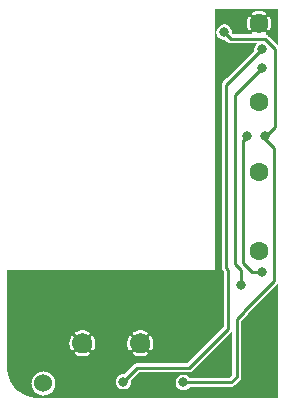
<source format=gbr>
G04 start of page 3 for group 5 idx 5 *
G04 Title: (unknown), bottom *
G04 Creator: pcb 4.2.0 *
G04 CreationDate: Fri Feb 14 02:43:24 2020 UTC *
G04 For: blinken *
G04 Format: Gerber/RS-274X *
G04 PCB-Dimensions (mm): 65.00 56.00 *
G04 PCB-Coordinate-Origin: lower left *
%MOMM*%
%FSLAX43Y43*%
%LNBOTTOM*%
%ADD30C,1.300*%
%ADD29C,1.500*%
%ADD28C,0.965*%
%ADD27C,0.400*%
%ADD26C,1.524*%
%ADD25C,0.800*%
%ADD24C,1.600*%
%ADD23C,1.700*%
%ADD22C,0.254*%
%ADD21C,0.002*%
G54D21*G36*
X12911Y24769D02*X16135D01*
X16150Y24768D01*
X16210Y24773D01*
X16210Y24773D01*
X16268Y24787D01*
X16324Y24809D01*
X16375Y24841D01*
X16420Y24880D01*
X16430Y24891D01*
X19709Y28170D01*
X19720Y28180D01*
X19759Y28225D01*
X19759Y28225D01*
X19769Y28241D01*
Y24508D01*
X19542Y24281D01*
X16184D01*
X16181Y24286D01*
X16114Y24364D01*
X16036Y24431D01*
X15948Y24485D01*
X15853Y24524D01*
X15753Y24548D01*
X15650Y24556D01*
X15547Y24548D01*
X15447Y24524D01*
X15352Y24485D01*
X15264Y24431D01*
X15186Y24364D01*
X15119Y24286D01*
X15065Y24198D01*
X15026Y24103D01*
X15002Y24003D01*
X14994Y23900D01*
X15002Y23797D01*
X15026Y23697D01*
X15065Y23602D01*
X15119Y23514D01*
X15186Y23436D01*
X15264Y23369D01*
X15352Y23315D01*
X15447Y23276D01*
X15547Y23252D01*
X15650Y23244D01*
X15753Y23252D01*
X15853Y23276D01*
X15948Y23315D01*
X16036Y23369D01*
X16114Y23436D01*
X16181Y23514D01*
X16184Y23519D01*
X19685D01*
X19700Y23518D01*
X19760Y23523D01*
X19760Y23523D01*
X19818Y23537D01*
X19874Y23559D01*
X19925Y23591D01*
X19970Y23630D01*
X19980Y23641D01*
X20409Y24070D01*
X20420Y24080D01*
X20459Y24125D01*
X20459Y24125D01*
X20491Y24176D01*
X20513Y24232D01*
X20527Y24290D01*
X20532Y24350D01*
X20531Y24365D01*
Y29092D01*
X21019Y29581D01*
X21059Y29625D01*
X21091Y29676D01*
X21108Y29720D01*
X23609Y32220D01*
X23620Y32230D01*
X23659Y32275D01*
X23659Y32275D01*
X23691Y32326D01*
X23700Y32349D01*
Y22550D01*
X12911D01*
Y24769D01*
G37*
G36*
X22917Y55500D02*X23700D01*
Y52385D01*
X23670Y52420D01*
X23659Y52430D01*
X22917Y53172D01*
Y53734D01*
X22929Y53740D01*
X22945Y53753D01*
X22958Y53767D01*
X22969Y53784D01*
X23014Y53871D01*
X23050Y53963D01*
X23077Y54057D01*
X23095Y54153D01*
X23104Y54251D01*
Y54349D01*
X23095Y54447D01*
X23077Y54543D01*
X23050Y54637D01*
X23014Y54729D01*
X22970Y54816D01*
X22959Y54833D01*
X22945Y54848D01*
X22930Y54860D01*
X22917Y54867D01*
Y55500D01*
G37*
G36*
X22050D02*X22917D01*
Y54867D01*
X22912Y54870D01*
X22893Y54877D01*
X22873Y54881D01*
X22853Y54882D01*
X22833Y54879D01*
X22814Y54874D01*
X22796Y54866D01*
X22779Y54854D01*
X22764Y54841D01*
X22752Y54825D01*
X22742Y54807D01*
X22735Y54788D01*
X22731Y54769D01*
X22730Y54749D01*
X22733Y54729D01*
X22738Y54709D01*
X22747Y54691D01*
X22781Y54625D01*
X22808Y54556D01*
X22828Y54484D01*
X22842Y54411D01*
X22849Y54337D01*
Y54263D01*
X22842Y54189D01*
X22828Y54116D01*
X22808Y54044D01*
X22781Y53975D01*
X22748Y53908D01*
X22739Y53891D01*
X22733Y53871D01*
X22731Y53851D01*
X22732Y53831D01*
X22736Y53812D01*
X22743Y53793D01*
X22752Y53776D01*
X22765Y53760D01*
X22779Y53746D01*
X22796Y53735D01*
X22814Y53727D01*
X22833Y53721D01*
X22853Y53719D01*
X22873Y53720D01*
X22893Y53724D01*
X22912Y53731D01*
X22917Y53734D01*
Y53172D01*
X22830Y53259D01*
X22820Y53270D01*
X22775Y53309D01*
X22724Y53341D01*
X22668Y53363D01*
X22610Y53377D01*
X22568Y53381D01*
X22583Y53391D01*
X22598Y53405D01*
X22610Y53420D01*
X22620Y53438D01*
X22627Y53457D01*
X22631Y53477D01*
X22632Y53497D01*
X22629Y53517D01*
X22624Y53536D01*
X22616Y53554D01*
X22604Y53571D01*
X22591Y53586D01*
X22575Y53598D01*
X22557Y53608D01*
X22538Y53615D01*
X22519Y53619D01*
X22499Y53620D01*
X22479Y53617D01*
X22459Y53612D01*
X22441Y53603D01*
X22375Y53569D01*
X22306Y53542D01*
X22234Y53522D01*
X22161Y53508D01*
X22087Y53501D01*
X22050D01*
Y55099D01*
X22087D01*
X22161Y55092D01*
X22234Y55078D01*
X22306Y55058D01*
X22375Y55031D01*
X22442Y54998D01*
X22459Y54989D01*
X22479Y54983D01*
X22499Y54981D01*
X22519Y54982D01*
X22538Y54986D01*
X22557Y54993D01*
X22574Y55002D01*
X22590Y55015D01*
X22604Y55029D01*
X22615Y55046D01*
X22623Y55064D01*
X22629Y55083D01*
X22631Y55103D01*
X22630Y55123D01*
X22626Y55143D01*
X22619Y55162D01*
X22610Y55179D01*
X22597Y55195D01*
X22583Y55208D01*
X22566Y55219D01*
X22479Y55264D01*
X22387Y55300D01*
X22293Y55327D01*
X22197Y55345D01*
X22099Y55354D01*
X22050D01*
Y55500D01*
G37*
G36*
X21183Y52619D02*X21901D01*
X21836Y52564D01*
X21769Y52486D01*
X21715Y52398D01*
X21676Y52303D01*
X21652Y52203D01*
X21644Y52100D01*
X21652Y51997D01*
X21653Y51992D01*
X21183Y51522D01*
Y52619D01*
G37*
G36*
Y55500D02*X22050D01*
Y55354D01*
X22001D01*
X21903Y55345D01*
X21807Y55327D01*
X21713Y55300D01*
X21621Y55264D01*
X21534Y55220D01*
X21517Y55209D01*
X21502Y55195D01*
X21490Y55180D01*
X21480Y55162D01*
X21473Y55143D01*
X21469Y55123D01*
X21468Y55103D01*
X21471Y55083D01*
X21476Y55064D01*
X21484Y55046D01*
X21496Y55029D01*
X21509Y55014D01*
X21525Y55002D01*
X21543Y54992D01*
X21562Y54985D01*
X21581Y54981D01*
X21601Y54980D01*
X21621Y54983D01*
X21641Y54988D01*
X21659Y54997D01*
X21725Y55031D01*
X21794Y55058D01*
X21866Y55078D01*
X21939Y55092D01*
X22013Y55099D01*
X22050D01*
Y53501D01*
X22013D01*
X21939Y53508D01*
X21866Y53522D01*
X21794Y53542D01*
X21725Y53569D01*
X21658Y53602D01*
X21641Y53611D01*
X21621Y53617D01*
X21601Y53619D01*
X21581Y53618D01*
X21562Y53614D01*
X21543Y53607D01*
X21526Y53598D01*
X21510Y53585D01*
X21496Y53571D01*
X21485Y53554D01*
X21477Y53536D01*
X21471Y53517D01*
X21469Y53497D01*
X21470Y53477D01*
X21474Y53457D01*
X21481Y53438D01*
X21490Y53421D01*
X21503Y53405D01*
X21517Y53392D01*
X21534Y53381D01*
X21183D01*
Y53733D01*
X21188Y53730D01*
X21207Y53723D01*
X21227Y53719D01*
X21247Y53718D01*
X21267Y53721D01*
X21286Y53726D01*
X21304Y53734D01*
X21321Y53746D01*
X21336Y53759D01*
X21348Y53775D01*
X21358Y53793D01*
X21365Y53812D01*
X21369Y53831D01*
X21370Y53851D01*
X21367Y53871D01*
X21362Y53891D01*
X21353Y53909D01*
X21319Y53975D01*
X21292Y54044D01*
X21272Y54116D01*
X21258Y54189D01*
X21251Y54263D01*
Y54337D01*
X21258Y54411D01*
X21272Y54484D01*
X21292Y54556D01*
X21319Y54625D01*
X21352Y54692D01*
X21361Y54709D01*
X21367Y54729D01*
X21369Y54749D01*
X21368Y54769D01*
X21364Y54788D01*
X21357Y54807D01*
X21348Y54824D01*
X21335Y54840D01*
X21321Y54854D01*
X21304Y54865D01*
X21286Y54873D01*
X21267Y54879D01*
X21247Y54881D01*
X21227Y54880D01*
X21207Y54876D01*
X21188Y54869D01*
X21183Y54866D01*
Y55500D01*
G37*
G36*
X19304Y49643D02*X19041Y49380D01*
X19030Y49370D01*
X18991Y49325D01*
X18959Y49274D01*
X18937Y49218D01*
X18923Y49160D01*
X18923Y49160D01*
X18918Y49100D01*
X18919Y49085D01*
Y33615D01*
X18918Y33600D01*
X18923Y33540D01*
X18937Y33482D01*
X18959Y33426D01*
X18991Y33375D01*
X19030Y33330D01*
X19041Y33320D01*
X19069Y33292D01*
Y28608D01*
X15992Y25531D01*
X12911D01*
Y26601D01*
X12914Y26603D01*
X12930Y26615D01*
X12944Y26630D01*
X12955Y26646D01*
X13001Y26731D01*
X13038Y26821D01*
X13067Y26913D01*
X13088Y27007D01*
X13101Y27103D01*
X13105Y27200D01*
X13101Y27297D01*
X13088Y27393D01*
X13067Y27487D01*
X13038Y27579D01*
X13001Y27669D01*
X12956Y27754D01*
X12945Y27771D01*
X12931Y27785D01*
X12915Y27798D01*
X12911Y27800D01*
Y33450D01*
X18300D01*
Y55500D01*
X21183D01*
Y54866D01*
X21171Y54860D01*
X21155Y54847D01*
X21142Y54833D01*
X21131Y54816D01*
X21086Y54729D01*
X21050Y54637D01*
X21023Y54543D01*
X21005Y54447D01*
X20996Y54349D01*
Y54251D01*
X21005Y54153D01*
X21023Y54057D01*
X21050Y53963D01*
X21086Y53871D01*
X21130Y53784D01*
X21141Y53767D01*
X21155Y53752D01*
X21170Y53740D01*
X21183Y53733D01*
Y53381D01*
X19808D01*
X19747Y53442D01*
X19748Y53447D01*
X19754Y53550D01*
X19748Y53653D01*
X19724Y53753D01*
X19685Y53848D01*
X19631Y53936D01*
X19564Y54014D01*
X19486Y54081D01*
X19398Y54135D01*
X19303Y54174D01*
X19203Y54198D01*
X19100Y54206D01*
X18997Y54198D01*
X18897Y54174D01*
X18802Y54135D01*
X18714Y54081D01*
X18636Y54014D01*
X18569Y53936D01*
X18515Y53848D01*
X18476Y53753D01*
X18452Y53653D01*
X18444Y53550D01*
X18452Y53447D01*
X18476Y53347D01*
X18515Y53252D01*
X18569Y53164D01*
X18636Y53086D01*
X18714Y53019D01*
X18802Y52965D01*
X18897Y52926D01*
X18997Y52902D01*
X19100Y52894D01*
X19203Y52902D01*
X19208Y52903D01*
X19370Y52741D01*
X19380Y52730D01*
X19425Y52691D01*
X19476Y52659D01*
X19532Y52637D01*
X19590Y52623D01*
X19650Y52618D01*
X19665Y52619D01*
X21183D01*
Y51522D01*
X19304Y49643D01*
G37*
G36*
X11089Y23545D02*X11106Y23564D01*
X11160Y23652D01*
X11199Y23747D01*
X11223Y23847D01*
X11229Y23950D01*
X11223Y24053D01*
X11217Y24078D01*
X11908Y24769D01*
X12911D01*
Y22550D01*
X11089D01*
Y23545D01*
G37*
G36*
X12911Y25531D02*X12000D01*
Y26095D01*
X12000Y26095D01*
X12097Y26099D01*
X12193Y26112D01*
X12287Y26133D01*
X12379Y26162D01*
X12469Y26199D01*
X12554Y26244D01*
X12571Y26255D01*
X12585Y26269D01*
X12598Y26285D01*
X12607Y26303D01*
X12614Y26322D01*
X12618Y26342D01*
X12618Y26362D01*
X12615Y26382D01*
X12610Y26401D01*
X12601Y26419D01*
X12590Y26436D01*
X12576Y26450D01*
X12560Y26462D01*
X12542Y26472D01*
X12523Y26479D01*
X12503Y26482D01*
X12483Y26483D01*
X12463Y26480D01*
X12444Y26474D01*
X12426Y26465D01*
X12360Y26430D01*
X12292Y26402D01*
X12221Y26379D01*
X12148Y26363D01*
X12074Y26353D01*
X12000Y26350D01*
X12000Y26350D01*
Y28050D01*
X12000Y28050D01*
X12074Y28047D01*
X12148Y28037D01*
X12221Y28021D01*
X12292Y27998D01*
X12360Y27970D01*
X12426Y27935D01*
X12444Y27926D01*
X12463Y27921D01*
X12483Y27918D01*
X12503Y27918D01*
X12523Y27922D01*
X12542Y27929D01*
X12559Y27938D01*
X12575Y27950D01*
X12589Y27965D01*
X12600Y27981D01*
X12609Y27999D01*
X12615Y28019D01*
X12617Y28038D01*
X12617Y28058D01*
X12613Y28078D01*
X12607Y28097D01*
X12597Y28114D01*
X12585Y28130D01*
X12570Y28144D01*
X12554Y28155D01*
X12469Y28201D01*
X12379Y28238D01*
X12287Y28267D01*
X12193Y28288D01*
X12097Y28301D01*
X12000Y28305D01*
X12000Y28305D01*
Y33450D01*
X12911D01*
Y27800D01*
X12897Y27807D01*
X12878Y27814D01*
X12858Y27818D01*
X12838Y27818D01*
X12818Y27815D01*
X12799Y27810D01*
X12781Y27801D01*
X12764Y27790D01*
X12750Y27776D01*
X12738Y27760D01*
X12728Y27742D01*
X12721Y27723D01*
X12718Y27703D01*
X12717Y27683D01*
X12720Y27663D01*
X12726Y27644D01*
X12735Y27626D01*
X12770Y27560D01*
X12798Y27492D01*
X12821Y27421D01*
X12837Y27348D01*
X12847Y27274D01*
X12850Y27200D01*
X12847Y27126D01*
X12837Y27052D01*
X12821Y26979D01*
X12798Y26908D01*
X12770Y26840D01*
X12768Y26836D01*
X12735Y26774D01*
X12726Y26756D01*
X12721Y26737D01*
X12718Y26717D01*
X12718Y26697D01*
X12722Y26677D01*
X12729Y26658D01*
X12738Y26641D01*
X12750Y26625D01*
X12765Y26611D01*
X12768Y26609D01*
X12781Y26600D01*
X12799Y26591D01*
X12819Y26585D01*
X12838Y26583D01*
X12858Y26583D01*
X12878Y26587D01*
X12897Y26593D01*
X12911Y26601D01*
Y25531D01*
G37*
G36*
X12000D02*X11765D01*
X11750Y25532D01*
X11690Y25527D01*
X11632Y25513D01*
X11576Y25491D01*
X11525Y25459D01*
X11525Y25459D01*
X11480Y25420D01*
X11470Y25409D01*
X11089Y25028D01*
Y26600D01*
X11103Y26593D01*
X11122Y26586D01*
X11142Y26582D01*
X11162Y26582D01*
X11182Y26585D01*
X11201Y26590D01*
X11219Y26599D01*
X11236Y26610D01*
X11250Y26624D01*
X11262Y26640D01*
X11272Y26658D01*
X11279Y26677D01*
X11282Y26697D01*
X11283Y26717D01*
X11280Y26737D01*
X11274Y26756D01*
X11265Y26774D01*
X11230Y26840D01*
X11202Y26908D01*
X11179Y26979D01*
X11163Y27052D01*
X11153Y27126D01*
X11150Y27200D01*
X11153Y27274D01*
X11163Y27348D01*
X11179Y27421D01*
X11202Y27492D01*
X11230Y27560D01*
X11265Y27626D01*
X11274Y27644D01*
X11279Y27663D01*
X11282Y27683D01*
X11282Y27703D01*
X11278Y27723D01*
X11271Y27742D01*
X11262Y27759D01*
X11250Y27775D01*
X11235Y27789D01*
X11219Y27800D01*
X11201Y27809D01*
X11181Y27815D01*
X11162Y27817D01*
X11142Y27817D01*
X11122Y27813D01*
X11103Y27807D01*
X11089Y27799D01*
Y33450D01*
X12000D01*
Y28305D01*
X11903Y28301D01*
X11807Y28288D01*
X11713Y28267D01*
X11621Y28238D01*
X11531Y28201D01*
X11446Y28156D01*
X11429Y28145D01*
X11415Y28131D01*
X11402Y28115D01*
X11393Y28097D01*
X11386Y28078D01*
X11382Y28058D01*
X11382Y28038D01*
X11385Y28018D01*
X11390Y27999D01*
X11399Y27981D01*
X11410Y27964D01*
X11424Y27950D01*
X11440Y27938D01*
X11458Y27928D01*
X11477Y27921D01*
X11497Y27918D01*
X11517Y27917D01*
X11537Y27920D01*
X11556Y27926D01*
X11574Y27935D01*
X11640Y27970D01*
X11708Y27998D01*
X11779Y28021D01*
X11852Y28037D01*
X11926Y28047D01*
X12000Y28050D01*
Y26350D01*
X11926Y26353D01*
X11852Y26363D01*
X11779Y26379D01*
X11708Y26402D01*
X11640Y26430D01*
X11574Y26465D01*
X11556Y26474D01*
X11537Y26479D01*
X11517Y26482D01*
X11497Y26482D01*
X11477Y26478D01*
X11458Y26471D01*
X11441Y26462D01*
X11425Y26450D01*
X11411Y26435D01*
X11400Y26419D01*
X11391Y26401D01*
X11385Y26381D01*
X11383Y26362D01*
X11383Y26342D01*
X11387Y26322D01*
X11393Y26303D01*
X11403Y26286D01*
X11415Y26270D01*
X11430Y26256D01*
X11446Y26245D01*
X11531Y26199D01*
X11621Y26162D01*
X11713Y26133D01*
X11807Y26112D01*
X11903Y26099D01*
X12000Y26095D01*
Y25531D01*
G37*
G36*
X11089Y25028D02*X10660Y24599D01*
X10575Y24606D01*
X10472Y24598D01*
X10372Y24574D01*
X10277Y24535D01*
X10193Y24483D01*
X10189Y24481D01*
X10111Y24414D01*
X10044Y24336D01*
X9990Y24248D01*
X9951Y24153D01*
X9927Y24053D01*
X9919Y23950D01*
X9927Y23847D01*
X9951Y23747D01*
X9990Y23652D01*
X10044Y23564D01*
X10111Y23486D01*
X10189Y23419D01*
X10277Y23365D01*
X10372Y23326D01*
X10472Y23302D01*
X10575Y23294D01*
X10678Y23302D01*
X10778Y23326D01*
X10873Y23365D01*
X10961Y23419D01*
X11039Y23486D01*
X11089Y23545D01*
Y22550D01*
X8011D01*
Y26601D01*
X8014Y26603D01*
X8030Y26615D01*
X8044Y26630D01*
X8055Y26646D01*
X8101Y26731D01*
X8138Y26821D01*
X8167Y26913D01*
X8188Y27007D01*
X8201Y27103D01*
X8205Y27200D01*
X8201Y27297D01*
X8188Y27393D01*
X8167Y27487D01*
X8138Y27579D01*
X8101Y27669D01*
X8056Y27754D01*
X8045Y27771D01*
X8031Y27785D01*
X8015Y27798D01*
X8011Y27800D01*
Y33450D01*
X11089D01*
Y27799D01*
X11086Y27797D01*
X11070Y27785D01*
X11056Y27770D01*
X11045Y27754D01*
X10999Y27669D01*
X10962Y27579D01*
X10933Y27487D01*
X10912Y27393D01*
X10899Y27297D01*
X10895Y27200D01*
X10899Y27103D01*
X10912Y27007D01*
X10933Y26913D01*
X10962Y26821D01*
X10999Y26731D01*
X11044Y26646D01*
X11055Y26629D01*
X11069Y26615D01*
X11085Y26602D01*
X11089Y26600D01*
Y25028D01*
G37*
G36*
X8011Y22550D02*X7100D01*
Y26095D01*
X7197Y26099D01*
X7293Y26112D01*
X7387Y26133D01*
X7479Y26162D01*
X7569Y26199D01*
X7654Y26244D01*
X7671Y26255D01*
X7685Y26269D01*
X7698Y26285D01*
X7707Y26303D01*
X7714Y26322D01*
X7718Y26342D01*
X7718Y26362D01*
X7715Y26382D01*
X7710Y26401D01*
X7701Y26419D01*
X7690Y26436D01*
X7676Y26450D01*
X7660Y26462D01*
X7642Y26472D01*
X7623Y26479D01*
X7603Y26482D01*
X7583Y26483D01*
X7563Y26480D01*
X7544Y26474D01*
X7526Y26465D01*
X7460Y26430D01*
X7392Y26402D01*
X7321Y26379D01*
X7248Y26363D01*
X7174Y26353D01*
X7100Y26350D01*
Y28050D01*
X7174Y28047D01*
X7248Y28037D01*
X7321Y28021D01*
X7392Y27998D01*
X7460Y27970D01*
X7526Y27935D01*
X7544Y27926D01*
X7563Y27921D01*
X7583Y27918D01*
X7603Y27918D01*
X7623Y27922D01*
X7642Y27929D01*
X7659Y27938D01*
X7675Y27950D01*
X7689Y27965D01*
X7700Y27981D01*
X7709Y27999D01*
X7715Y28019D01*
X7717Y28038D01*
X7717Y28058D01*
X7713Y28078D01*
X7707Y28097D01*
X7697Y28114D01*
X7685Y28130D01*
X7670Y28144D01*
X7654Y28155D01*
X7569Y28201D01*
X7479Y28238D01*
X7387Y28267D01*
X7293Y28288D01*
X7197Y28301D01*
X7100Y28305D01*
Y33450D01*
X8011D01*
Y27800D01*
X7997Y27807D01*
X7978Y27814D01*
X7958Y27818D01*
X7938Y27818D01*
X7918Y27815D01*
X7899Y27810D01*
X7881Y27801D01*
X7864Y27790D01*
X7850Y27776D01*
X7838Y27760D01*
X7828Y27742D01*
X7821Y27723D01*
X7818Y27703D01*
X7817Y27683D01*
X7820Y27663D01*
X7826Y27644D01*
X7835Y27626D01*
X7870Y27560D01*
X7898Y27492D01*
X7921Y27421D01*
X7937Y27348D01*
X7947Y27274D01*
X7950Y27200D01*
X7947Y27126D01*
X7937Y27052D01*
X7921Y26979D01*
X7898Y26908D01*
X7870Y26840D01*
X7835Y26774D01*
X7826Y26756D01*
X7821Y26737D01*
X7818Y26717D01*
X7818Y26697D01*
X7822Y26677D01*
X7829Y26658D01*
X7838Y26641D01*
X7850Y26625D01*
X7865Y26611D01*
X7881Y26600D01*
X7899Y26591D01*
X7919Y26585D01*
X7938Y26583D01*
X7958Y26583D01*
X7978Y26587D01*
X7997Y26593D01*
X8011Y26601D01*
Y22550D01*
G37*
G36*
X7100D02*X6189D01*
Y26600D01*
X6203Y26593D01*
X6222Y26586D01*
X6242Y26582D01*
X6262Y26582D01*
X6282Y26585D01*
X6301Y26590D01*
X6319Y26599D01*
X6336Y26610D01*
X6350Y26624D01*
X6362Y26640D01*
X6372Y26658D01*
X6379Y26677D01*
X6382Y26697D01*
X6383Y26717D01*
X6380Y26737D01*
X6374Y26756D01*
X6365Y26774D01*
X6330Y26840D01*
X6302Y26908D01*
X6279Y26979D01*
X6263Y27052D01*
X6253Y27126D01*
X6250Y27200D01*
X6253Y27274D01*
X6263Y27348D01*
X6279Y27421D01*
X6302Y27492D01*
X6330Y27560D01*
X6365Y27626D01*
X6374Y27644D01*
X6379Y27663D01*
X6382Y27683D01*
X6382Y27703D01*
X6378Y27723D01*
X6371Y27742D01*
X6362Y27759D01*
X6350Y27775D01*
X6335Y27789D01*
X6319Y27800D01*
X6301Y27809D01*
X6281Y27815D01*
X6262Y27817D01*
X6242Y27817D01*
X6222Y27813D01*
X6203Y27807D01*
X6189Y27799D01*
Y33450D01*
X7100D01*
Y28305D01*
X7100Y28305D01*
X7003Y28301D01*
X6907Y28288D01*
X6813Y28267D01*
X6721Y28238D01*
X6631Y28201D01*
X6546Y28156D01*
X6529Y28145D01*
X6515Y28131D01*
X6502Y28115D01*
X6493Y28097D01*
X6486Y28078D01*
X6482Y28058D01*
X6482Y28038D01*
X6485Y28018D01*
X6490Y27999D01*
X6499Y27981D01*
X6510Y27964D01*
X6524Y27950D01*
X6540Y27938D01*
X6558Y27928D01*
X6577Y27921D01*
X6597Y27918D01*
X6617Y27917D01*
X6637Y27920D01*
X6656Y27926D01*
X6674Y27935D01*
X6740Y27970D01*
X6808Y27998D01*
X6879Y28021D01*
X6952Y28037D01*
X7026Y28047D01*
X7100Y28050D01*
X7100Y28050D01*
Y26350D01*
X7100Y26350D01*
X7026Y26353D01*
X6952Y26363D01*
X6879Y26379D01*
X6808Y26402D01*
X6740Y26430D01*
X6674Y26465D01*
X6656Y26474D01*
X6637Y26479D01*
X6617Y26482D01*
X6597Y26482D01*
X6577Y26478D01*
X6558Y26471D01*
X6541Y26462D01*
X6525Y26450D01*
X6511Y26435D01*
X6500Y26419D01*
X6491Y26401D01*
X6485Y26381D01*
X6483Y26362D01*
X6483Y26342D01*
X6487Y26322D01*
X6493Y26303D01*
X6503Y26286D01*
X6515Y26270D01*
X6530Y26256D01*
X6546Y26245D01*
X6631Y26199D01*
X6721Y26162D01*
X6813Y26133D01*
X6907Y26112D01*
X7003Y26099D01*
X7100Y26095D01*
X7100Y26095D01*
Y22550D01*
G37*
G36*
X6189D02*X3798D01*
Y22781D01*
X3800Y22781D01*
X3959Y22793D01*
X4115Y22831D01*
X4263Y22892D01*
X4399Y22976D01*
X4521Y23079D01*
X4624Y23201D01*
X4708Y23337D01*
X4769Y23485D01*
X4807Y23641D01*
X4816Y23800D01*
X4807Y23959D01*
X4769Y24115D01*
X4708Y24263D01*
X4624Y24399D01*
X4521Y24521D01*
X4399Y24624D01*
X4263Y24708D01*
X4115Y24769D01*
X3959Y24807D01*
X3800Y24819D01*
X3798Y24819D01*
Y33450D01*
X6189D01*
Y27799D01*
X6186Y27797D01*
X6170Y27785D01*
X6156Y27770D01*
X6145Y27754D01*
X6099Y27669D01*
X6062Y27579D01*
X6033Y27487D01*
X6012Y27393D01*
X5999Y27297D01*
X5995Y27200D01*
X5999Y27103D01*
X6012Y27007D01*
X6033Y26913D01*
X6062Y26821D01*
X6099Y26731D01*
X6144Y26646D01*
X6155Y26629D01*
X6169Y26615D01*
X6185Y26602D01*
X6189Y26600D01*
Y22550D01*
G37*
G36*
X3798D02*X3100D01*
X2400Y22700D01*
X1500Y23250D01*
X950Y24000D01*
X700Y24900D01*
Y33450D01*
X3798D01*
Y24819D01*
X3641Y24807D01*
X3485Y24769D01*
X3337Y24708D01*
X3201Y24624D01*
X3079Y24521D01*
X2976Y24399D01*
X2892Y24263D01*
X2831Y24115D01*
X2793Y23959D01*
X2781Y23800D01*
X2793Y23641D01*
X2831Y23485D01*
X2892Y23337D01*
X2976Y23201D01*
X3079Y23079D01*
X3201Y22976D01*
X3337Y22892D01*
X3485Y22831D01*
X3641Y22793D01*
X3798Y22781D01*
Y22550D01*
G37*
G54D22*X23350Y32500D02*X20750Y29900D01*
X20700Y34000D02*X21450Y33250D01*
X22300D01*
X19300Y33600D02*X19450Y33450D01*
X20000Y33950D02*X20500Y33450D01*
X20750Y29850D02*X20150Y29250D01*
X19450Y28450D02*Y29550D01*
Y33450D02*Y29500D01*
X20500Y33450D02*Y32150D01*
X20150Y29250D02*Y24350D01*
X19700Y23900D01*
X16150Y25150D02*X11750D01*
X10550Y23950D01*
X19700Y23900D02*X15650D01*
X19450Y28450D02*X16150Y25150D01*
X23400Y45500D02*X22500Y44600D01*
X23350Y43750D01*
Y32500D01*
X19100Y53550D02*X19650Y53000D01*
X22550D01*
X23400Y52150D01*
Y45500D01*
X22300Y50550D02*X20000Y48250D01*
X22300Y52100D02*X19300Y49100D01*
X21050Y44750D02*X20750Y44450D01*
X20700Y44400D02*Y34000D01*
X20000Y48250D02*Y33950D01*
X19300Y49100D02*Y33600D01*
G54D23*X7100Y27200D03*
X12000D03*
G54D24*X22050Y47650D03*
Y54300D03*
Y35050D03*
Y41700D03*
G54D25*X22300Y52100D03*
X21050Y44750D03*
X22550D03*
X22300Y50550D03*
X19100Y53550D03*
X22300Y33250D03*
X20500Y32150D03*
G54D26*X3800Y23800D03*
G54D25*X15650Y23900D03*
X10575Y23950D03*
G54D27*G54D28*G54D27*G54D29*G54D30*M02*

</source>
